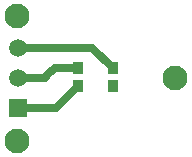
<source format=gtl>
G04 Layer_Physical_Order=1*
G04 Layer_Color=255*
%FSAX25Y25*%
%MOIN*%
G70*
G01*
G75*
%ADD10R,0.03543X0.03937*%
%ADD11C,0.02756*%
%ADD12C,0.08268*%
%ADD13C,0.05906*%
%ADD14R,0.05906X0.05906*%
D10*
X0280453Y0346791D02*
D03*
Y0352697D02*
D03*
X0291870D02*
D03*
Y0346791D02*
D03*
D11*
X0285118Y0359449D02*
X0291870Y0352697D01*
X0260177Y0359449D02*
X0285118D01*
X0272579Y0352697D02*
X0280453D01*
X0270413Y0350532D02*
X0272579Y0352697D01*
X0269331Y0349449D02*
X0270413Y0350532D01*
X0260177Y0349449D02*
X0269331D01*
X0273110Y0339449D02*
X0280453Y0346791D01*
X0260177Y0339449D02*
X0273110D01*
D12*
X0259980Y0370118D02*
D03*
Y0328386D02*
D03*
X0312736Y0349449D02*
D03*
D13*
X0260177Y0359449D02*
D03*
Y0349449D02*
D03*
D14*
Y0339449D02*
D03*
M02*

</source>
